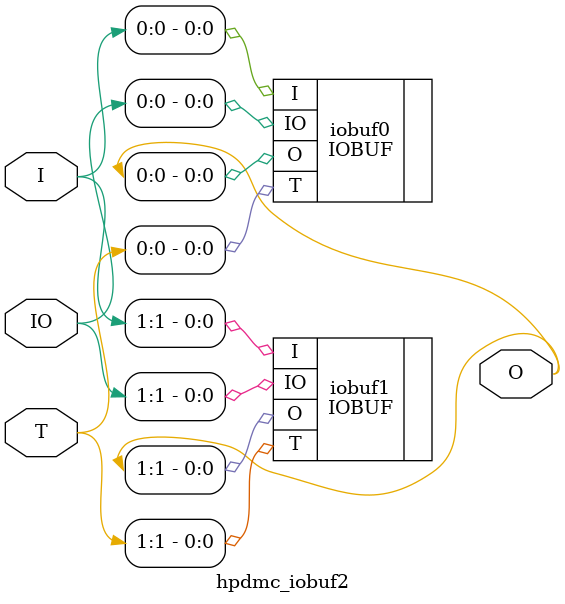
<source format=v>
/*
 * Milkymist SoC
 * Copyright (C) 2007, 2008, 2009 Sebastien Bourdeauducq
 *
 * This program is free software: you can redistribute it and/or modify
 * it under the terms of the GNU General Public License as published by
 * the Free Software Foundation, version 3 of the License.
 *
 * This program is distributed in the hope that it will be useful,
 * but WITHOUT ANY WARRANTY; without even the implied warranty of
 * MERCHANTABILITY or FITNESS FOR A PARTICULAR PURPOSE.  See the
 * GNU General Public License for more details.
 *
 * You should have received a copy of the GNU General Public License
 * along with this program.  If not, see <http://www.gnu.org/licenses/>.
 */

module hpdmc_iobuf2(
	input [1:0] T,
	input [1:0] I,
	output [1:0] O,
	inout [1:0] IO
);

IOBUF iobuf0(
	.T(T[0]),
	.I(I[0]),
	.O(O[0]),
	.IO(IO[0])
);
IOBUF iobuf1(
	.T(T[1]),
	.I(I[1]),
	.O(O[1]),
	.IO(IO[1])
);

endmodule

</source>
